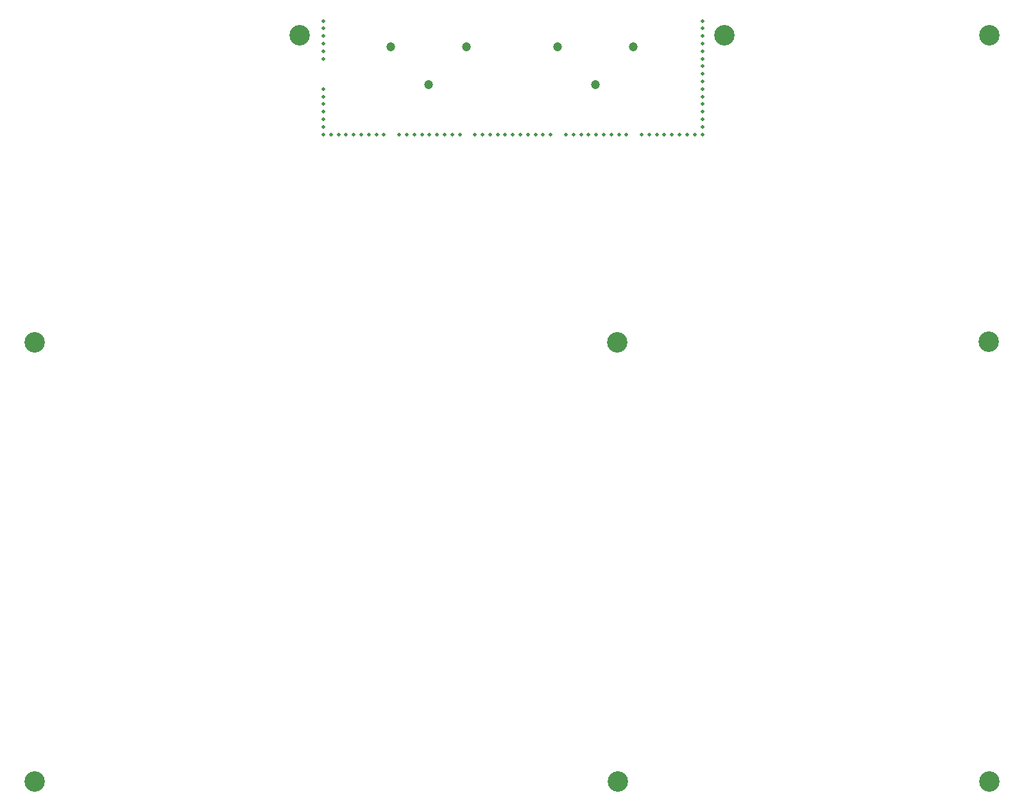
<source format=gbr>
%TF.GenerationSoftware,KiCad,Pcbnew,7.0.1.1-36-gbcf78dbe24-dirty-deb11*%
%TF.CreationDate,2023-04-04T15:18:31+00:00*%
%TF.ProjectId,pedalboard-hw,70656461-6c62-46f6-9172-642d68772e6b,1.0.2*%
%TF.SameCoordinates,Original*%
%TF.FileFunction,NonPlated,1,2,NPTH,Drill*%
%TF.FilePolarity,Positive*%
%FSLAX46Y46*%
G04 Gerber Fmt 4.6, Leading zero omitted, Abs format (unit mm)*
G04 Created by KiCad (PCBNEW 7.0.1.1-36-gbcf78dbe24-dirty-deb11) date 2023-04-04 15:18:31*
%MOMM*%
%LPD*%
G01*
G04 APERTURE LIST*
%TA.AperFunction,ComponentDrill*%
%ADD10C,0.500000*%
%TD*%
%TA.AperFunction,ComponentDrill*%
%ADD11C,1.200000*%
%TD*%
%TA.AperFunction,ComponentDrill*%
%ADD12C,2.700000*%
%TD*%
G04 APERTURE END LIST*
D10*
%TO.C,H10*%
X80100000Y-21075000D03*
X80100000Y-22075000D03*
X80100000Y-23075000D03*
X80100000Y-24075000D03*
X80100000Y-25075000D03*
X80100000Y-26075000D03*
X80100000Y-30075000D03*
X80100000Y-31075000D03*
X80100000Y-32075000D03*
X80100000Y-33075000D03*
X80100000Y-34075000D03*
X80100000Y-35075000D03*
X80100000Y-36075000D03*
X81100000Y-36075000D03*
X82100000Y-36075000D03*
X83100000Y-36075000D03*
X84100000Y-36075000D03*
X85100000Y-36075000D03*
X86100000Y-36075000D03*
X87100000Y-36075000D03*
X88100000Y-36075000D03*
X90100000Y-36075000D03*
X91100000Y-36075000D03*
X92100000Y-36075000D03*
X93100000Y-36075000D03*
X94100000Y-36075000D03*
X95100000Y-36075000D03*
X96100000Y-36075000D03*
X97100000Y-36075000D03*
X98100000Y-36075000D03*
X100100000Y-36075000D03*
X101100000Y-36075000D03*
X102100000Y-36075000D03*
X103100000Y-36075000D03*
X104100000Y-36075000D03*
X105100000Y-36075000D03*
X106100000Y-36075000D03*
X107100000Y-36075000D03*
X108100000Y-36075000D03*
X109100000Y-36075000D03*
X110100000Y-36075000D03*
X112100000Y-36075000D03*
X113100000Y-36075000D03*
X114100000Y-36075000D03*
X115100000Y-36075000D03*
X116100000Y-36075000D03*
X117100000Y-36075000D03*
X118100000Y-36075000D03*
X119100000Y-36075000D03*
X120100000Y-36075000D03*
X122100000Y-36075000D03*
X123100000Y-36075000D03*
X124100000Y-36075000D03*
X125100000Y-36075000D03*
X126100000Y-36075000D03*
X127100000Y-36075000D03*
X128100000Y-36075000D03*
X129100000Y-36075000D03*
X130100000Y-21075000D03*
X130100000Y-22075000D03*
X130100000Y-23075000D03*
X130100000Y-24075000D03*
X130100000Y-25075000D03*
X130100000Y-26075000D03*
X130100000Y-27075000D03*
X130100000Y-28075000D03*
X130100000Y-29075000D03*
X130100000Y-30075000D03*
X130100000Y-31075000D03*
X130100000Y-32075000D03*
X130100000Y-33075000D03*
X130100000Y-34075000D03*
X130100000Y-35075000D03*
X130100000Y-36075000D03*
D11*
%TO.C,J17*%
X89000000Y-24500000D03*
X94000000Y-29500000D03*
X99000000Y-24500000D03*
%TO.C,J16*%
X111000000Y-24500000D03*
X116000000Y-29500000D03*
X121000000Y-24500000D03*
D12*
%TO.C,H5*%
X42000000Y-63500000D03*
%TO.C,H9*%
X42000000Y-121500000D03*
%TO.C,H6*%
X77000000Y-23000000D03*
%TO.C,H4*%
X118900000Y-63565600D03*
%TO.C,H3*%
X118980000Y-121520000D03*
%TO.C,H7*%
X133000000Y-23000000D03*
%TO.C,H2*%
X167900000Y-63450000D03*
%TO.C,H8*%
X168000000Y-23000000D03*
%TO.C,H1*%
X168020000Y-121500000D03*
M02*

</source>
